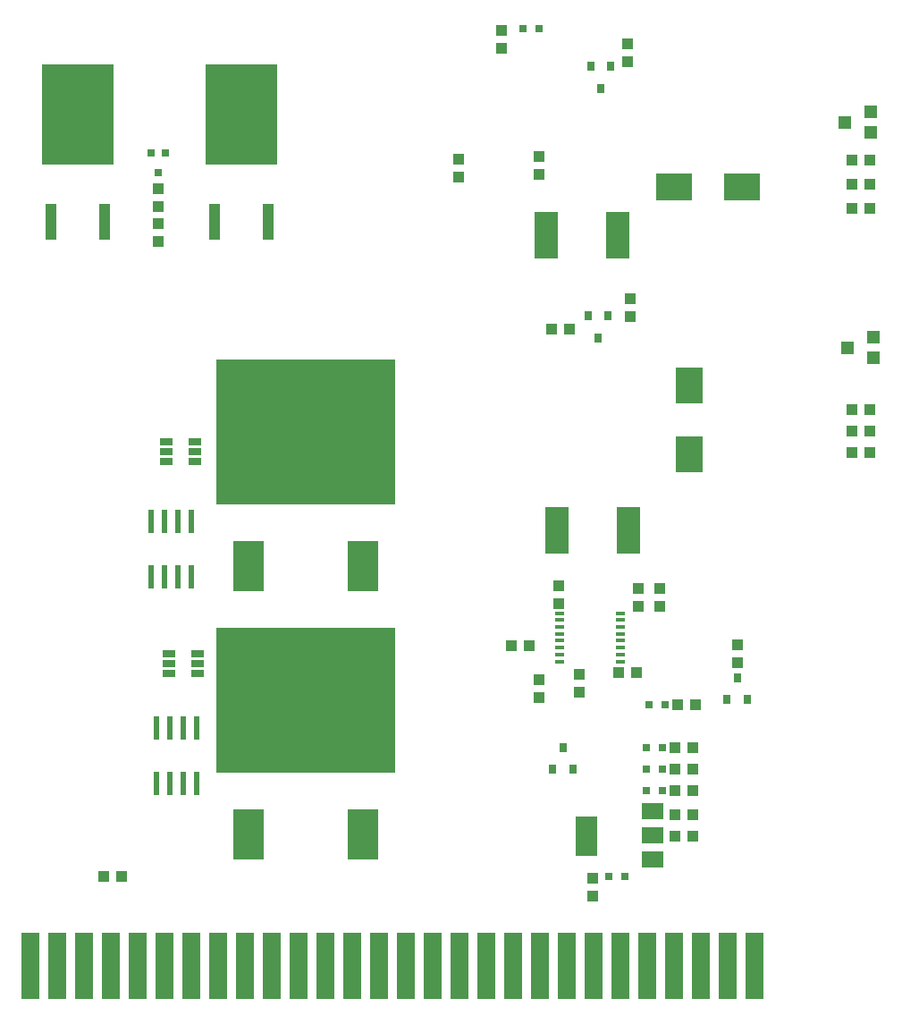
<source format=gbr>
G04 EAGLE Gerber RS-274X export*
G75*
%MOMM*%
%FSLAX34Y34*%
%LPD*%
%INSolderpaste Top*%
%IPPOS*%
%AMOC8*
5,1,8,0,0,1.08239X$1,22.5*%
G01*
%ADD10R,1.651000X6.350000*%
%ADD11R,1.270000X0.635000*%
%ADD12R,0.609600X2.209800*%
%ADD13R,2.006600X1.498600*%
%ADD14R,2.006600X3.810000*%
%ADD15R,3.000000X4.800000*%
%ADD16R,17.000000X13.700000*%
%ADD17R,1.100000X1.000000*%
%ADD18R,0.900000X0.350000*%
%ADD19R,1.000000X1.100000*%
%ADD20R,1.300000X1.300000*%
%ADD21R,1.250000X1.200000*%
%ADD22R,2.250000X4.500000*%
%ADD23R,0.800000X0.900000*%
%ADD24R,2.500000X3.500000*%
%ADD25R,3.500000X2.500000*%
%ADD26R,0.787400X0.889000*%
%ADD27R,1.000000X3.400000*%
%ADD28R,6.800000X9.600000*%
%ADD29R,0.700000X0.700000*%
%ADD30R,0.800000X0.800000*%


D10*
X165815Y34230D03*
X191215Y34230D03*
X216615Y34230D03*
X242015Y34230D03*
X267415Y34230D03*
X292815Y34230D03*
X318215Y34230D03*
X343615Y34230D03*
X369015Y34230D03*
X394415Y34230D03*
X419815Y34230D03*
X445215Y34230D03*
X470615Y34230D03*
X496015Y34230D03*
X521415Y34230D03*
X546815Y34230D03*
X775415Y34230D03*
X800815Y34230D03*
X572215Y34230D03*
X597615Y34230D03*
X623015Y34230D03*
X648415Y34230D03*
X673815Y34230D03*
X699215Y34230D03*
X724615Y34230D03*
X750015Y34230D03*
X826215Y34230D03*
X851615Y34230D03*
D11*
X294640Y530860D03*
X294640Y521360D03*
X294640Y511860D03*
X321640Y530860D03*
X321640Y521360D03*
X321640Y511860D03*
X297180Y330200D03*
X297180Y320700D03*
X297180Y311200D03*
X324180Y330200D03*
X324180Y320700D03*
X324180Y311200D03*
D12*
X280670Y403098D03*
X293370Y403098D03*
X306070Y403098D03*
X318770Y403098D03*
X318770Y455422D03*
X306070Y455422D03*
X293370Y455422D03*
X280670Y455422D03*
X285750Y207518D03*
X298450Y207518D03*
X311150Y207518D03*
X323850Y207518D03*
X323850Y259842D03*
X311150Y259842D03*
X298450Y259842D03*
X285750Y259842D03*
D13*
X755396Y134874D03*
X755396Y157734D03*
X755396Y180594D03*
D14*
X692404Y157480D03*
D15*
X372220Y412820D03*
D16*
X426720Y539820D03*
D15*
X481220Y412820D03*
X372220Y158820D03*
D16*
X426720Y285820D03*
D15*
X481220Y158820D03*
D17*
X235340Y119380D03*
X252340Y119380D03*
X776360Y177800D03*
X793360Y177800D03*
X776360Y157480D03*
X793360Y157480D03*
D18*
X724710Y322690D03*
X724710Y329190D03*
X724710Y335690D03*
X724710Y342190D03*
X724710Y348690D03*
X724710Y355190D03*
X724710Y361690D03*
X724710Y368190D03*
X667210Y368190D03*
X667210Y361690D03*
X667210Y355190D03*
X667210Y348690D03*
X667210Y342190D03*
X667210Y335690D03*
X667210Y329190D03*
X667210Y322690D03*
D19*
X638420Y337820D03*
X621420Y337820D03*
D17*
X685800Y310760D03*
X685800Y293760D03*
X647700Y305680D03*
X647700Y288680D03*
X723020Y312420D03*
X740020Y312420D03*
X741680Y392040D03*
X741680Y375040D03*
X762000Y392040D03*
X762000Y375040D03*
D20*
X939500Y619760D03*
D21*
X964750Y609760D03*
X964750Y629760D03*
D19*
X659520Y637540D03*
X676520Y637540D03*
D17*
X734060Y666360D03*
X734060Y649360D03*
D22*
X664670Y447040D03*
X732330Y447040D03*
D23*
X713080Y650080D03*
X694080Y650080D03*
X703580Y629080D03*
D24*
X789940Y518680D03*
X789940Y583680D03*
D17*
X961000Y520700D03*
X944000Y520700D03*
X961000Y541020D03*
X944000Y541020D03*
X961000Y561340D03*
X944000Y561340D03*
D20*
X936960Y833120D03*
D21*
X962210Y823120D03*
X962210Y843120D03*
D17*
X647700Y783980D03*
X647700Y800980D03*
X731520Y907660D03*
X731520Y890660D03*
D22*
X654510Y726440D03*
X722170Y726440D03*
D23*
X715620Y886300D03*
X696620Y886300D03*
X706120Y865300D03*
D25*
X775220Y772160D03*
X840220Y772160D03*
D17*
X961000Y774700D03*
X944000Y774700D03*
X961000Y751840D03*
X944000Y751840D03*
X961000Y797560D03*
X944000Y797560D03*
D26*
X825754Y287020D03*
X845058Y287020D03*
X835406Y307340D03*
D17*
X835660Y321700D03*
X835660Y338700D03*
D26*
X660654Y220980D03*
X679958Y220980D03*
X670306Y241300D03*
D27*
X185420Y739180D03*
X236220Y739180D03*
D28*
X210820Y840180D03*
D27*
X340360Y739180D03*
X391160Y739180D03*
D28*
X365760Y840180D03*
D29*
X293520Y804270D03*
X280520Y804270D03*
X287020Y785770D03*
D17*
X287020Y770500D03*
X287020Y753500D03*
X287020Y737480D03*
X287020Y720480D03*
X571500Y781440D03*
X571500Y798440D03*
D30*
X647580Y922020D03*
X632580Y922020D03*
D17*
X612140Y920360D03*
X612140Y903360D03*
D30*
X713860Y119380D03*
X728860Y119380D03*
D17*
X698500Y100720D03*
X698500Y117720D03*
D30*
X751960Y281940D03*
X766960Y281940D03*
X749420Y241300D03*
X764420Y241300D03*
X749420Y200660D03*
X764420Y200660D03*
X749420Y220980D03*
X764420Y220980D03*
D19*
X776360Y220980D03*
X793360Y220980D03*
X776360Y241300D03*
X793360Y241300D03*
X778900Y281940D03*
X795900Y281940D03*
X776360Y200660D03*
X793360Y200660D03*
D17*
X666750Y377580D03*
X666750Y394580D03*
M02*

</source>
